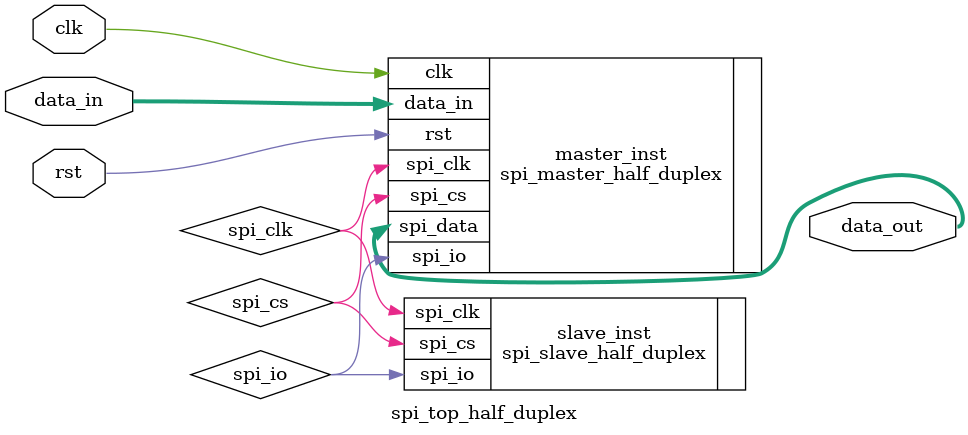
<source format=v>
module spi_top_half_duplex (
    input clk,
    input rst,
    input [15:0] data_in,
    output [15:0] data_out
);
    wire spi_clk, spi_cs;
    wire spi_io;

    spi_master_half_duplex master_inst (
        .clk(clk),
        .rst(rst),
        .data_in(data_in),
        .spi_cs(spi_cs),
        .spi_clk(spi_clk),
        .spi_io(spi_io),
        .spi_data(data_out)
    );

    spi_slave_half_duplex slave_inst (
        .spi_clk(spi_clk),
        .spi_cs(spi_cs),
        .spi_io(spi_io)
    );

endmodule
</source>
